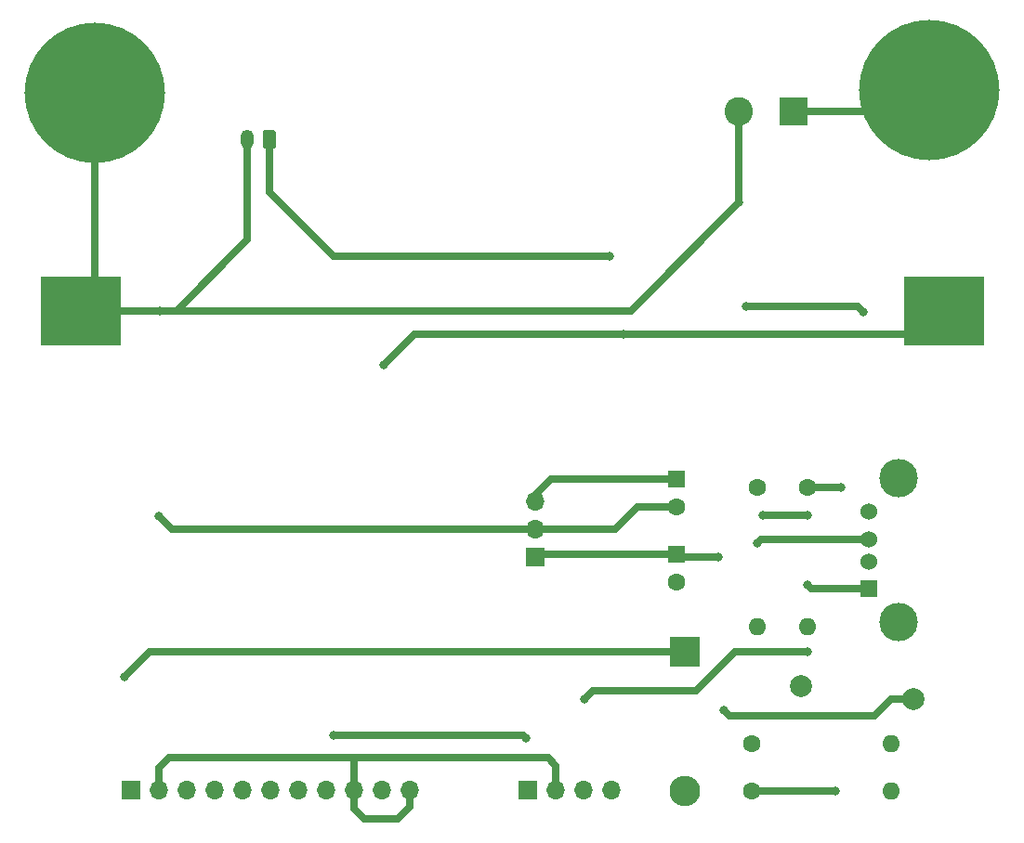
<source format=gbr>
%TF.GenerationSoftware,KiCad,Pcbnew,5.1.6-c6e7f7d~87~ubuntu18.04.1*%
%TF.CreationDate,2021-10-05T10:23:35-04:00*%
%TF.ProjectId,boosta,626f6f73-7461-42e6-9b69-6361645f7063,rev?*%
%TF.SameCoordinates,Original*%
%TF.FileFunction,Copper,L1,Top*%
%TF.FilePolarity,Positive*%
%FSLAX46Y46*%
G04 Gerber Fmt 4.6, Leading zero omitted, Abs format (unit mm)*
G04 Created by KiCad (PCBNEW 5.1.6-c6e7f7d~87~ubuntu18.04.1) date 2021-10-05 10:23:35*
%MOMM*%
%LPD*%
G01*
G04 APERTURE LIST*
%TA.AperFunction,ComponentPad*%
%ADD10C,2.600000*%
%TD*%
%TA.AperFunction,ComponentPad*%
%ADD11R,2.600000X2.600000*%
%TD*%
%TA.AperFunction,SMDPad,CuDef*%
%ADD12R,7.340000X6.350000*%
%TD*%
%TA.AperFunction,ComponentPad*%
%ADD13O,1.600000X1.600000*%
%TD*%
%TA.AperFunction,ComponentPad*%
%ADD14C,1.600000*%
%TD*%
%TA.AperFunction,ComponentPad*%
%ADD15O,2.800000X2.800000*%
%TD*%
%TA.AperFunction,ComponentPad*%
%ADD16R,2.800000X2.800000*%
%TD*%
%TA.AperFunction,ComponentPad*%
%ADD17R,1.600000X1.600000*%
%TD*%
%TA.AperFunction,ComponentPad*%
%ADD18O,1.200000X1.750000*%
%TD*%
%TA.AperFunction,ComponentPad*%
%ADD19O,1.700000X1.700000*%
%TD*%
%TA.AperFunction,ComponentPad*%
%ADD20R,1.700000X1.700000*%
%TD*%
%TA.AperFunction,ComponentPad*%
%ADD21C,2.010000*%
%TD*%
%TA.AperFunction,ComponentPad*%
%ADD22C,0.900000*%
%TD*%
%TA.AperFunction,ComponentPad*%
%ADD23C,12.800000*%
%TD*%
%TA.AperFunction,ComponentPad*%
%ADD24C,1.524000*%
%TD*%
%TA.AperFunction,ComponentPad*%
%ADD25R,1.524000X1.524000*%
%TD*%
%TA.AperFunction,ComponentPad*%
%ADD26C,3.500000*%
%TD*%
%TA.AperFunction,ViaPad*%
%ADD27C,0.800000*%
%TD*%
%TA.AperFunction,Conductor*%
%ADD28C,0.700000*%
%TD*%
G04 APERTURE END LIST*
D10*
%TO.P,J4,2*%
%TO.N,GND*%
X97108000Y-87376000D03*
D11*
%TO.P,J4,1*%
%TO.N,Net-(F1-Pad2)*%
X102108000Y-87376000D03*
%TD*%
D12*
%TO.P,BT1,2*%
%TO.N,GND*%
X37200000Y-105530000D03*
%TO.P,BT1,1*%
%TO.N,LIPO*%
X115860000Y-105530000D03*
%TD*%
D13*
%TO.P,R4,2*%
%TO.N,GND*%
X110998000Y-149352000D03*
D14*
%TO.P,R4,1*%
%TO.N,Net-(J6-Pad2)*%
X98298000Y-149352000D03*
%TD*%
D13*
%TO.P,R3,2*%
%TO.N,5VBOOST*%
X103378000Y-134366000D03*
D14*
%TO.P,R3,1*%
%TO.N,Net-(J6-Pad2)*%
X103378000Y-121666000D03*
%TD*%
D13*
%TO.P,R2,2*%
%TO.N,GND*%
X110998000Y-145034000D03*
D14*
%TO.P,R2,1*%
%TO.N,Net-(J6-Pad3)*%
X98298000Y-145034000D03*
%TD*%
D13*
%TO.P,R1,2*%
%TO.N,Net-(J6-Pad3)*%
X98806000Y-134366000D03*
D14*
%TO.P,R1,1*%
%TO.N,5VBOOST*%
X98806000Y-121666000D03*
%TD*%
D15*
%TO.P,D1,2*%
%TO.N,Net-(C2-Pad1)*%
X92202000Y-149352000D03*
D16*
%TO.P,D1,1*%
%TO.N,VUSB*%
X92202000Y-136652000D03*
%TD*%
D14*
%TO.P,C2,2*%
%TO.N,GND*%
X91440000Y-123404000D03*
D17*
%TO.P,C2,1*%
%TO.N,Net-(C2-Pad1)*%
X91440000Y-120904000D03*
%TD*%
D14*
%TO.P,C1,2*%
%TO.N,GND*%
X91440000Y-130262000D03*
D17*
%TO.P,C1,1*%
%TO.N,Net-(C1-Pad1)*%
X91440000Y-127762000D03*
%TD*%
%TO.P,J2,1*%
%TO.N,LIPO*%
%TA.AperFunction,ComponentPad*%
G36*
G01*
X54956000Y-89290999D02*
X54956000Y-90541001D01*
G75*
G02*
X54706001Y-90791000I-249999J0D01*
G01*
X54005999Y-90791000D01*
G75*
G02*
X53756000Y-90541001I0J249999D01*
G01*
X53756000Y-89290999D01*
G75*
G02*
X54005999Y-89041000I249999J0D01*
G01*
X54706001Y-89041000D01*
G75*
G02*
X54956000Y-89290999I0J-249999D01*
G01*
G37*
%TD.AperFunction*%
D18*
%TO.P,J2,2*%
%TO.N,GND*%
X52356000Y-89916000D03*
%TD*%
D19*
%TO.P,J1,4*%
%TO.N,N/C*%
X85540000Y-149234000D03*
%TO.P,J1,3*%
%TO.N,5VBOOST*%
X83000000Y-149234000D03*
%TO.P,J1,2*%
%TO.N,GND*%
X80460000Y-149234000D03*
D20*
%TO.P,J1,1*%
%TO.N,OUT*%
X77920000Y-149234000D03*
%TD*%
D21*
%TO.P,F1,2*%
%TO.N,Net-(F1-Pad2)*%
X102830000Y-139770000D03*
%TO.P,F1,1*%
%TO.N,Net-(C1-Pad1)*%
X113030000Y-140970000D03*
%TD*%
D19*
%TO.P,J7,11*%
%TO.N,GND*%
X67140000Y-149260000D03*
%TO.P,J7,10*%
%TO.N,LIPO*%
X64600000Y-149260000D03*
%TO.P,J7,9*%
%TO.N,GND*%
X62060000Y-149260000D03*
%TO.P,J7,8*%
%TO.N,OUT*%
X59520000Y-149260000D03*
%TO.P,J7,7*%
%TO.N,N/C*%
X56980000Y-149260000D03*
%TO.P,J7,6*%
X54440000Y-149260000D03*
%TO.P,J7,5*%
X51900000Y-149260000D03*
%TO.P,J7,4*%
X49360000Y-149260000D03*
%TO.P,J7,3*%
X46820000Y-149260000D03*
%TO.P,J7,2*%
%TO.N,GND*%
X44280000Y-149260000D03*
D20*
%TO.P,J7,1*%
%TO.N,VUSB*%
X41740000Y-149260000D03*
%TD*%
D22*
%TO.P,H2,1*%
%TO.N,Net-(F1-Pad2)*%
X117894113Y-82225887D03*
X114500000Y-80820000D03*
X111105887Y-82225887D03*
X109700000Y-85620000D03*
X111105887Y-89014113D03*
X114500000Y-90420000D03*
X117894113Y-89014113D03*
X119300000Y-85620000D03*
D23*
X114500000Y-85450000D03*
%TD*%
%TO.P,H1,1*%
%TO.N,GND*%
X38430000Y-85620000D03*
D22*
X43230000Y-85620000D03*
X41824113Y-89014113D03*
X38430000Y-90420000D03*
X35035887Y-89014113D03*
X33630000Y-85620000D03*
X35035887Y-82225887D03*
X38430000Y-80820000D03*
X41824113Y-82225887D03*
%TD*%
D24*
%TO.P,J6,4*%
%TO.N,GND*%
X108980000Y-123880000D03*
%TO.P,J6,3*%
%TO.N,Net-(J6-Pad3)*%
X108980000Y-126380000D03*
%TO.P,J6,2*%
%TO.N,Net-(J6-Pad2)*%
X108980000Y-128380000D03*
D25*
%TO.P,J6,1*%
%TO.N,5VBOOST*%
X108980000Y-130880000D03*
D26*
%TO.P,J6,5*%
%TO.N,GND*%
X111690000Y-133950000D03*
X111690000Y-120810000D03*
%TD*%
D19*
%TO.P,J3,3*%
%TO.N,Net-(C2-Pad1)*%
X78604000Y-122936000D03*
%TO.P,J3,2*%
%TO.N,GND*%
X78604000Y-125476000D03*
D20*
%TO.P,J3,1*%
%TO.N,Net-(C1-Pad1)*%
X78604000Y-128016000D03*
%TD*%
D27*
%TO.N,GND*%
X44330000Y-105530000D03*
X44280000Y-124290000D03*
X108458000Y-105664000D03*
X97790000Y-105156000D03*
X97108000Y-95678000D03*
%TO.N,Net-(J6-Pad3)*%
X98806000Y-126746000D03*
%TO.N,Net-(J6-Pad2)*%
X105918000Y-149352000D03*
X106426000Y-121666000D03*
%TO.N,LIPO*%
X85344000Y-100584000D03*
X86614000Y-107696000D03*
X64770000Y-110490000D03*
%TO.N,OUT*%
X60198000Y-144272000D03*
X77724000Y-144526000D03*
%TO.N,Net-(C1-Pad1)*%
X95758000Y-141986000D03*
X95250000Y-128016000D03*
%TO.N,5VBOOST*%
X103378000Y-124206000D03*
X99314000Y-124206000D03*
X103378000Y-130556000D03*
X103378000Y-136652000D03*
X83058000Y-140970000D03*
%TO.N,VUSB*%
X41148000Y-138938000D03*
%TD*%
D28*
%TO.N,GND*%
X52356000Y-99028000D02*
X52356000Y-89916000D01*
X45854000Y-105530000D02*
X52356000Y-99028000D01*
X38430000Y-104300000D02*
X37200000Y-105530000D01*
X38430000Y-85620000D02*
X38430000Y-104300000D01*
X45854000Y-105530000D02*
X87256000Y-105530000D01*
X97108000Y-95678000D02*
X97108000Y-87376000D01*
X87256000Y-105530000D02*
X97108000Y-95678000D01*
X37200000Y-105530000D02*
X44330000Y-105530000D01*
X44330000Y-105530000D02*
X45854000Y-105530000D01*
X45466000Y-125476000D02*
X44280000Y-124290000D01*
X78604000Y-125476000D02*
X45466000Y-125476000D01*
X108458000Y-105664000D02*
X107950000Y-105156000D01*
X107950000Y-105156000D02*
X97790000Y-105156000D01*
X78604000Y-125476000D02*
X85852000Y-125476000D01*
X87924000Y-123404000D02*
X91440000Y-123404000D01*
X85852000Y-125476000D02*
X87924000Y-123404000D01*
X80460000Y-149234000D02*
X80460000Y-147008000D01*
X80460000Y-147008000D02*
X79756000Y-146304000D01*
X44280000Y-147236000D02*
X44280000Y-149260000D01*
X45212000Y-146304000D02*
X44280000Y-147236000D01*
X62060000Y-146474000D02*
X62230000Y-146304000D01*
X62060000Y-149260000D02*
X62060000Y-146474000D01*
X79756000Y-146304000D02*
X62230000Y-146304000D01*
X62230000Y-146304000D02*
X45212000Y-146304000D01*
X62060000Y-149260000D02*
X62060000Y-150960000D01*
X62060000Y-150960000D02*
X62992000Y-151892000D01*
X62992000Y-151892000D02*
X66040000Y-151892000D01*
X67140000Y-150792000D02*
X67140000Y-149260000D01*
X66040000Y-151892000D02*
X67140000Y-150792000D01*
%TO.N,Net-(J6-Pad3)*%
X108980000Y-126380000D02*
X99172000Y-126380000D01*
X99172000Y-126380000D02*
X98806000Y-126746000D01*
%TO.N,Net-(J6-Pad2)*%
X105918000Y-149352000D02*
X98298000Y-149352000D01*
X106426000Y-121666000D02*
X103378000Y-121666000D01*
%TO.N,LIPO*%
X54356000Y-89916000D02*
X54356000Y-94742000D01*
X54356000Y-94742000D02*
X60198000Y-100584000D01*
X60198000Y-100584000D02*
X85344000Y-100584000D01*
X113694000Y-107696000D02*
X115860000Y-105530000D01*
X86614000Y-107696000D02*
X113694000Y-107696000D01*
X86614000Y-107696000D02*
X67564000Y-107696000D01*
X67564000Y-107696000D02*
X64770000Y-110490000D01*
%TO.N,OUT*%
X60198000Y-144272000D02*
X77470000Y-144272000D01*
X77470000Y-144272000D02*
X77724000Y-144526000D01*
%TO.N,Net-(F1-Pad2)*%
X112574000Y-87376000D02*
X114500000Y-85450000D01*
X102108000Y-87376000D02*
X112574000Y-87376000D01*
%TO.N,Net-(C2-Pad1)*%
X91440000Y-120904000D02*
X80010000Y-120904000D01*
X78604000Y-122310000D02*
X78604000Y-122936000D01*
X80010000Y-120904000D02*
X78604000Y-122310000D01*
%TO.N,Net-(C1-Pad1)*%
X78858000Y-127762000D02*
X78604000Y-128016000D01*
X91440000Y-127762000D02*
X78858000Y-127762000D01*
X113030000Y-140970000D02*
X110998000Y-140970000D01*
X110998000Y-140970000D02*
X109474000Y-142494000D01*
X109474000Y-142494000D02*
X96266000Y-142494000D01*
X96266000Y-142494000D02*
X95758000Y-141986000D01*
X91694000Y-128016000D02*
X91440000Y-127762000D01*
X95250000Y-128016000D02*
X91694000Y-128016000D01*
%TO.N,5VBOOST*%
X103378000Y-124206000D02*
X99314000Y-124206000D01*
X103702000Y-130880000D02*
X103378000Y-130556000D01*
X108980000Y-130880000D02*
X103702000Y-130880000D01*
X103378000Y-136652000D02*
X96774000Y-136652000D01*
X96774000Y-136652000D02*
X93218000Y-140208000D01*
X93218000Y-140208000D02*
X83820000Y-140208000D01*
X83820000Y-140208000D02*
X83058000Y-140970000D01*
%TO.N,VUSB*%
X92202000Y-136652000D02*
X43434000Y-136652000D01*
X43434000Y-136652000D02*
X41148000Y-138938000D01*
%TD*%
M02*

</source>
